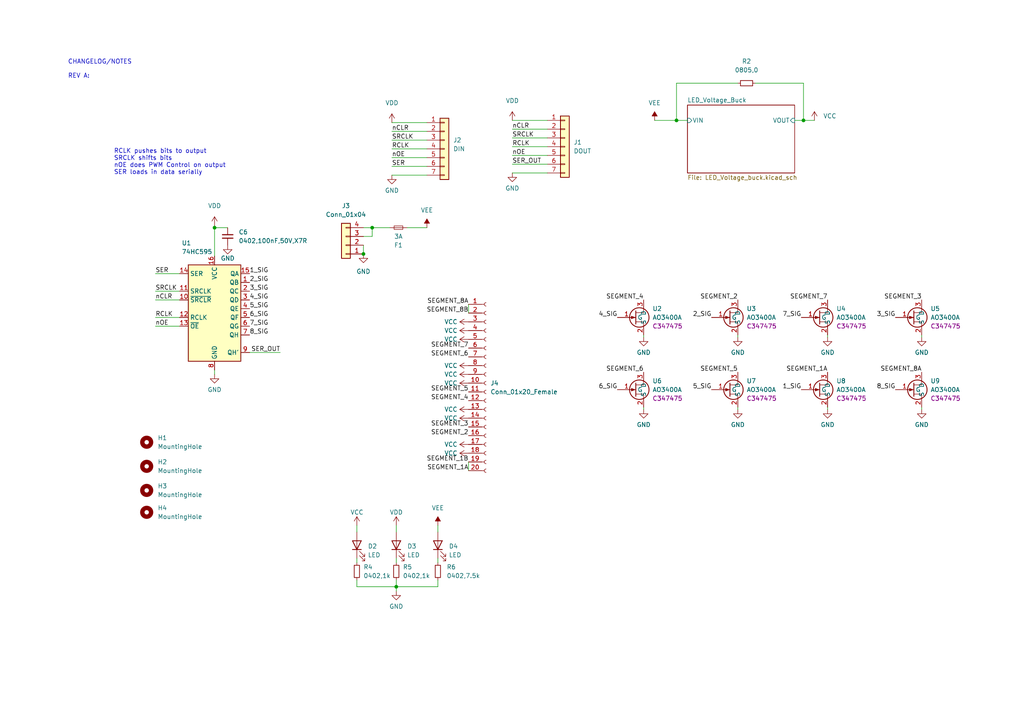
<source format=kicad_sch>
(kicad_sch (version 20211123) (generator eeschema)
  (paper "A4")
  (title_block (title "Main"))
  (lib_symbols
    (symbol "74xx:74HC595"
      (property "Reference" "U" (at -7.62 13.97 0))
      (property "Value" "74HC595" (at -7.62 -16.51 0))
      (symbol "74HC595_1_0"
        (pin tri_state line (at 10.16 7.62 180) (length 2.54) (name "QB") (number "1"))
        (pin input line (at -10.16 2.54 0) (length 2.54) (name "~{SRCLR}") (number "10"))
        (pin input line (at -10.16 5.08 0) (length 2.54) (name "SRCLK") (number "11"))
        (pin input line (at -10.16 -2.54 0) (length 2.54) (name "RCLK") (number "12"))
        (pin input line (at -10.16 -5.08 0) (length 2.54) (name "~{OE}") (number "13"))
        (pin input line (at -10.16 10.16 0) (length 2.54) (name "SER") (number "14"))
        (pin tri_state line (at 10.16 10.16 180) (length 2.54) (name "QA") (number "15"))
        (pin power_in line (at 0 15.24 270) (length 2.54) (name "VCC") (number "16"))
        (pin tri_state line (at 10.16 5.08 180) (length 2.54) (name "QC") (number "2"))
        (pin tri_state line (at 10.16 2.54 180) (length 2.54) (name "QD") (number "3"))
        (pin tri_state line (at 10.16 0 180) (length 2.54) (name "QE") (number "4"))
        (pin tri_state line (at 10.16 -2.54 180) (length 2.54) (name "QF") (number "5"))
        (pin tri_state line (at 10.16 -5.08 180) (length 2.54) (name "QG") (number "6"))
        (pin tri_state line (at 10.16 -7.62 180) (length 2.54) (name "QH") (number "7"))
        (pin power_in line (at 0 -17.78 90) (length 2.54) (name "GND") (number "8"))
        (pin output line (at 10.16 -12.7 180) (length 2.54) (name "QH'") (number "9"))
      )
      (symbol "74HC595_1_1"
        (rectangle (start -7.62 12.7) (end 7.62 -15.24) (stroke (width 0.254)) (fill (type background)))
      )
    )
    (symbol "Connector:Conn_01x20_Female" (pin_names (offset 1.016) hide)
      (property "Reference" "J" (at 0 25.4 0))
      (property "Value" "Conn_01x20_Female" (at 0 -27.94 0))
      (symbol "Conn_01x20_Female_1_1"
        (arc (start 0 -24.892) (mid -0.508 -25.4) (end 0 -25.908) (stroke (width 0.1524)))
        (arc (start 0 -22.352) (mid -0.508 -22.86) (end 0 -23.368) (stroke (width 0.1524)))
        (arc (start 0 -19.812) (mid -0.508 -20.32) (end 0 -20.828) (stroke (width 0.1524)))
        (arc (start 0 -17.272) (mid -0.508 -17.78) (end 0 -18.288) (stroke (width 0.1524)))
        (arc (start 0 -14.732) (mid -0.508 -15.24) (end 0 -15.748) (stroke (width 0.1524)))
        (arc (start 0 -12.192) (mid -0.508 -12.7) (end 0 -13.208) (stroke (width 0.1524)))
        (arc (start 0 -9.652) (mid -0.508 -10.16) (end 0 -10.668) (stroke (width 0.1524)))
        (arc (start 0 -7.112) (mid -0.508 -7.62) (end 0 -8.128) (stroke (width 0.1524)))
        (arc (start 0 -4.572) (mid -0.508 -5.08) (end 0 -5.588) (stroke (width 0.1524)))
        (arc (start 0 -2.032) (mid -0.508 -2.54) (end 0 -3.048) (stroke (width 0.1524)))
        (polyline (pts (xy -1.27 -25.4) (xy -0.508 -25.4)) (stroke (width 0.1524)))
        (polyline (pts (xy -1.27 -22.86) (xy -0.508 -22.86)) (stroke (width 0.1524)))
        (polyline (pts (xy -1.27 -20.32) (xy -0.508 -20.32)) (stroke (width 0.1524)))
        (polyline (pts (xy -1.27 -17.78) (xy -0.508 -17.78)) (stroke (width 0.1524)))
        (polyline (pts (xy -1.27 -15.24) (xy -0.508 -15.24)) (stroke (width 0.1524)))
        (polyline (pts (xy -1.27 -12.7) (xy -0.508 -12.7)) (stroke (width 0.1524)))
        (polyline (pts (xy -1.27 -10.16) (xy -0.508 -10.16)) (stroke (width 0.1524)))
        (polyline (pts (xy -1.27 -7.62) (xy -0.508 -7.62)) (stroke (width 0.1524)))
        (polyline (pts (xy -1.27 -5.08) (xy -0.508 -5.08)) (stroke (width 0.1524)))
        (polyline (pts (xy -1.27 -2.54) (xy -0.508 -2.54)) (stroke (width 0.1524)))
        (polyline (pts (xy -1.27 0) (xy -0.508 0)) (stroke (width 0.1524)))
        (polyline (pts (xy -1.27 2.54) (xy -0.508 2.54)) (stroke (width 0.1524)))
        (polyline (pts (xy -1.27 5.08) (xy -0.508 5.08)) (stroke (width 0.1524)))
        (polyline (pts (xy -1.27 7.62) (xy -0.508 7.62)) (stroke (width 0.1524)))
        (polyline (pts (xy -1.27 10.16) (xy -0.508 10.16)) (stroke (width 0.1524)))
        (polyline (pts (xy -1.27 12.7) (xy -0.508 12.7)) (stroke (width 0.1524)))
        (polyline (pts (xy -1.27 15.24) (xy -0.508 15.24)) (stroke (width 0.1524)))
        (polyline (pts (xy -1.27 17.78) (xy -0.508 17.78)) (stroke (width 0.1524)))
        (polyline (pts (xy -1.27 20.32) (xy -0.508 20.32)) (stroke (width 0.1524)))
        (polyline (pts (xy -1.27 22.86) (xy -0.508 22.86)) (stroke (width 0.1524)))
        (arc (start 0 0.508) (mid -0.508 0) (end 0 -0.508) (stroke (width 0.1524)))
        (arc (start 0 3.048) (mid -0.508 2.54) (end 0 2.032) (stroke (width 0.1524)))
        (arc (start 0 5.588) (mid -0.508 5.08) (end 0 4.572) (stroke (width 0.1524)))
        (arc (start 0 8.128) (mid -0.508 7.62) (end 0 7.112) (stroke (width 0.1524)))
        (arc (start 0 10.668) (mid -0.508 10.16) (end 0 9.652) (stroke (width 0.1524)))
        (arc (start 0 13.208) (mid -0.508 12.7) (end 0 12.192) (stroke (width 0.1524)))
        (arc (start 0 15.748) (mid -0.508 15.24) (end 0 14.732) (stroke (width 0.1524)))
        (arc (start 0 18.288) (mid -0.508 17.78) (end 0 17.272) (stroke (width 0.1524)))
        (arc (start 0 20.828) (mid -0.508 20.32) (end 0 19.812) (stroke (width 0.1524)))
        (arc (start 0 23.368) (mid -0.508 22.86) (end 0 22.352) (stroke (width 0.1524)))
        (pin passive line (at -5.08 22.86 0) (length 3.81) (name "Pin_1") (number "1"))
        (pin passive line (at -5.08 0 0) (length 3.81) (name "Pin_10") (number "10"))
        (pin passive line (at -5.08 -2.54 0) (length 3.81) (name "Pin_11") (number "11"))
        (pin passive line (at -5.08 -5.08 0) (length 3.81) (name "Pin_12") (number "12"))
        (pin passive line (at -5.08 -7.62 0) (length 3.81) (name "Pin_13") (number "13"))
        (pin passive line (at -5.08 -10.16 0) (length 3.81) (name "Pin_14") (number "14"))
        (pin passive line (at -5.08 -12.7 0) (length 3.81) (name "Pin_15") (number "15"))
        (pin passive line (at -5.08 -15.24 0) (length 3.81) (name "Pin_16") (number "16"))
        (pin passive line (at -5.08 -17.78 0) (length 3.81) (name "Pin_17") (number "17"))
        (pin passive line (at -5.08 -20.32 0) (length 3.81) (name "Pin_18") (number "18"))
        (pin passive line (at -5.08 -22.86 0) (length 3.81) (name "Pin_19") (number "19"))
        (pin passive line (at -5.08 20.32 0) (length 3.81) (name "Pin_2") (number "2"))
        (pin passive line (at -5.08 -25.4 0) (length 3.81) (name "Pin_20") (number "20"))
        (pin passive line (at -5.08 17.78 0) (length 3.81) (name "Pin_3") (number "3"))
        (pin passive line (at -5.08 15.24 0) (length 3.81) (name "Pin_4") (number "4"))
        (pin passive line (at -5.08 12.7 0) (length 3.81) (name "Pin_5") (number "5"))
        (pin passive line (at -5.08 10.16 0) (length 3.81) (name "Pin_6") (number "6"))
        (pin passive line (at -5.08 7.62 0) (length 3.81) (name "Pin_7") (number "7"))
        (pin passive line (at -5.08 5.08 0) (length 3.81) (name "Pin_8") (number "8"))
        (pin passive line (at -5.08 2.54 0) (length 3.81) (name "Pin_9") (number "9"))
      )
    )
    (symbol "Connector_Generic:Conn_01x04" (pin_names (offset 1.016) hide)
      (property "Reference" "J" (at 0 5.08 0))
      (property "Value" "Conn_01x04" (at 0 -7.62 0))
      (symbol "Conn_01x04_1_1"
        (rectangle (start -1.27 -4.953) (end 0 -5.207) (stroke (width 0.1524)))
        (rectangle (start -1.27 -2.413) (end 0 -2.667) (stroke (width 0.1524)))
        (rectangle (start -1.27 0.127) (end 0 -0.127) (stroke (width 0.1524)))
        (rectangle (start -1.27 2.667) (end 0 2.413) (stroke (width 0.1524)))
        (rectangle (start -1.27 3.81) (end 1.27 -6.35) (stroke (width 0.254)) (fill (type background)))
        (pin passive line (at -5.08 2.54 0) (length 3.81) (name "Pin_1") (number "1"))
        (pin passive line (at -5.08 0 0) (length 3.81) (name "Pin_2") (number "2"))
        (pin passive line (at -5.08 -2.54 0) (length 3.81) (name "Pin_3") (number "3"))
        (pin passive line (at -5.08 -5.08 0) (length 3.81) (name "Pin_4") (number "4"))
      )
    )
    (symbol "Connector_Generic:Conn_01x07" (pin_names (offset 1.016) hide)
      (property "Reference" "J" (at 0 10.16 0))
      (property "Value" "Conn_01x07" (at 0 -10.16 0))
      (symbol "Conn_01x07_1_1"
        (rectangle (start -1.27 -7.493) (end 0 -7.747) (stroke (width 0.1524)))
        (rectangle (start -1.27 -4.953) (end 0 -5.207) (stroke (width 0.1524)))
        (rectangle (start -1.27 -2.413) (end 0 -2.667) (stroke (width 0.1524)))
        (rectangle (start -1.27 0.127) (end 0 -0.127) (stroke (width 0.1524)))
        (rectangle (start -1.27 2.667) (end 0 2.413) (stroke (width 0.1524)))
        (rectangle (start -1.27 5.207) (end 0 4.953) (stroke (width 0.1524)))
        (rectangle (start -1.27 7.747) (end 0 7.493) (stroke (width 0.1524)))
        (rectangle (start -1.27 8.89) (end 1.27 -8.89) (stroke (width 0.254)) (fill (type background)))
        (pin passive line (at -5.08 7.62 0) (length 3.81) (name "Pin_1") (number "1"))
        (pin passive line (at -5.08 5.08 0) (length 3.81) (name "Pin_2") (number "2"))
        (pin passive line (at -5.08 2.54 0) (length 3.81) (name "Pin_3") (number "3"))
        (pin passive line (at -5.08 0 0) (length 3.81) (name "Pin_4") (number "4"))
        (pin passive line (at -5.08 -2.54 0) (length 3.81) (name "Pin_5") (number "5"))
        (pin passive line (at -5.08 -5.08 0) (length 3.81) (name "Pin_6") (number "6"))
        (pin passive line (at -5.08 -7.62 0) (length 3.81) (name "Pin_7") (number "7"))
      )
    )
    (symbol "Device:Fuse_Small" (pin_numbers hide) (pin_names (offset 0.254) hide)
      (property "Reference" "F" (at 0 -1.524 0))
      (property "Value" "Fuse_Small" (at 0 1.524 0))
      (symbol "Fuse_Small_0_1"
        (rectangle (start -1.27 0.508) (end 1.27 -0.508))
        (polyline (pts (xy -1.27 0) (xy 1.27 0)))
      )
      (symbol "Fuse_Small_1_1"
        (pin passive line (at -2.54 0 0) (length 1.27) (name "~") (number "1"))
        (pin passive line (at 2.54 0 180) (length 1.27) (name "~") (number "2"))
      )
    )
    (symbol "Device:LED" (pin_numbers hide) (pin_names (offset 1.016) hide)
      (property "Reference" "D" (at 0 2.54 0))
      (property "Value" "LED" (at 0 -2.54 0))
      (symbol "LED_0_1"
        (polyline (pts (xy -1.27 -1.27) (xy -1.27 1.27)) (stroke (width 0.254)))
        (polyline (pts (xy -1.27 0) (xy 1.27 0)))
        (polyline (pts (xy 1.27 -1.27) (xy 1.27 1.27) (xy -1.27 0) (xy 1.27 -1.27)) (stroke (width 0.254)))
        (polyline (pts (xy -3.048 -0.762) (xy -4.572 -2.286) (xy -3.81 -2.286) (xy -4.572 -2.286) (xy -4.572 -1.524)))
        (polyline (pts (xy -1.778 -0.762) (xy -3.302 -2.286) (xy -2.54 -2.286) (xy -3.302 -2.286) (xy -3.302 -1.524)))
      )
      (symbol "LED_1_1"
        (pin passive line (at -3.81 0 0) (length 2.54) (name "K") (number "1"))
        (pin passive line (at 3.81 0 180) (length 2.54) (name "A") (number "2"))
      )
    )
    (symbol "Mechanical:MountingHole" (pin_names (offset 1.016))
      (property "Reference" "H" (at 0 5.08 0))
      (property "Value" "MountingHole" (at 0 3.175 0))
      (symbol "MountingHole_0_1"
        (circle (center 0 0) (radius 1.27) (stroke (width 1.27)))
      )
    )
    (symbol "WS_LCSC_transistors:AO3400A"
      (property "Reference" "U" (at -8.89 2.54 0))
      (property "Value" "AO3400A" (at -6.35 5.08 0))
      (property "LCSC" "C20917" (at 1.27 21.59 0))
      (symbol "AO3400A_0_1"
        (polyline (pts (xy -1.016 1.905) (xy -1.016 -1.905) (xy -1.016 -1.905)) (stroke (width 0.254)))
        (polyline (pts (xy 1.27 -2.54) (xy 1.27 -1.27) (xy -1.016 -1.27)))
        (polyline (pts (xy 1.27 2.54) (xy 1.27 1.397) (xy -1.016 1.397)))
        (polyline (pts (xy -1.27 0) (xy -2.286 0.381) (xy -2.286 -0.381) (xy -1.27 0)) (fill (type outline)))
        (circle (center 0 0) (radius 2.8194) (stroke (width 0.254)))
      )
      (symbol "AO3400A_1_1"
        (pin input line (at -6.35 0 0) (length 5.334) (name "G") (number "1"))
        (pin passive line (at 1.27 -5.08 90) (length 2.54) (name "S") (number "2"))
        (pin passive line (at 1.27 5.08 270) (length 2.54) (name "D") (number "3"))
      )
    )
    (symbol "jlcpcb-basic-capacitor:0402,100nF,50V,X7R "
      (property "Reference" "C" (at 1.71 0.508 0))
      (property "Value" "0402,100nF,50V,X7R " (at 1.71 -1.016 0))
      (symbol "0402,100nF,50V,X7R _0_0"
        (polyline (pts (xy -1.524 -0.508) (xy 1.524 -0.508)) (stroke (width 0.3048)))
        (polyline (pts (xy -1.524 0.508) (xy 1.524 0.508)) (stroke (width 0.3048)))
        (pin passive line (at 0 2.54 270) (length 2.032) (name "~") (number "1"))
        (pin passive line (at 0 -2.54 90) (length 2.032) (name "~") (number "2"))
      )
    )
    (symbol "jlcpcb-basic-resistor:0402,1k"
      (property "Reference" "R" (at 0.762 0.508 0))
      (property "Value" "0402,1k" (at 0.762 -1.016 0))
      (symbol "0402,1k_0_0"
        (rectangle (start -0.762 1.778) (end 0.762 -1.778) (stroke (width 0.2032)))
        (pin passive line (at 0 2.54 270) (length 0.762) (name "~") (number "1"))
        (pin passive line (at 0 -2.54 90) (length 0.762) (name "~") (number "2"))
      )
    )
    (symbol "jlcpcb-basic-resistor:0402,7.5k"
      (property "Reference" "R" (at 0.762 0.508 0))
      (property "Value" "0402,7.5k" (at 0.762 -1.016 0))
      (symbol "0402,7.5k_0_0"
        (rectangle (start -0.762 1.778) (end 0.762 -1.778) (stroke (width 0.2032)))
        (pin passive line (at 0 2.54 270) (length 0.762) (name "~") (number "1"))
        (pin passive line (at 0 -2.54 90) (length 0.762) (name "~") (number "2"))
      )
    )
    (symbol "jlcpcb-basic-resistor:0805,0"
      (property "Reference" "R" (at 0.762 0.508 0))
      (property "Value" "0805,0" (at 0.762 -1.016 0))
      (symbol "0805,0_0_0"
        (rectangle (start -0.762 1.778) (end 0.762 -1.778) (stroke (width 0.2032)))
        (pin passive line (at 0 2.54 270) (length 0.762) (name "~") (number "1"))
        (pin passive line (at 0 -2.54 90) (length 0.762) (name "~") (number "2"))
      )
    )
    (symbol "power:GND" (power) (pin_names (offset 0))
      (property "Value" "GND" (at 0 -3.81 0))
      (symbol "GND_0_1"
        (polyline (pts (xy 0 0) (xy 0 -1.27) (xy 1.27 -1.27) (xy 0 -2.54) (xy -1.27 -1.27) (xy 0 -1.27)))
      )
      (symbol "GND_1_1"
        (pin power_in line (at 0 0 270) (length 0) hide (name "GND") (number "1"))
      )
    )
    (symbol "power:VCC" (power) (pin_names (offset 0))
      (property "Value" "VCC" (at 0 3.81 0))
      (symbol "VCC_0_1"
        (polyline (pts (xy -0.762 1.27) (xy 0 2.54)))
        (polyline (pts (xy 0 0) (xy 0 2.54)))
        (polyline (pts (xy 0 2.54) (xy 0.762 1.27)))
      )
      (symbol "VCC_1_1"
        (pin power_in line (at 0 0 90) (length 0) hide (name "VCC") (number "1"))
      )
    )
    (symbol "power:VDD" (power) (pin_names (offset 0))
      (property "Value" "VDD" (at 0 3.81 0))
      (symbol "VDD_0_1"
        (polyline (pts (xy -0.762 1.27) (xy 0 2.54)))
        (polyline (pts (xy 0 0) (xy 0 2.54)))
        (polyline (pts (xy 0 2.54) (xy 0.762 1.27)))
      )
      (symbol "VDD_1_1"
        (pin power_in line (at 0 0 90) (length 0) hide (name "VDD") (number "1"))
      )
    )
    (symbol "power:VEE" (power) (pin_names (offset 0))
      (property "Value" "VEE" (at 0 3.81 0))
      (symbol "VEE_0_1"
        (polyline (pts (xy 0 0) (xy 0 2.54)))
        (polyline (pts (xy 0.762 1.27) (xy -0.762 1.27) (xy 0 2.54) (xy 0.762 1.27)) (fill (type outline)))
      )
      (symbol "VEE_1_1"
        (pin power_in line (at 0 0 90) (length 0) hide (name "VEE") (number "1"))
      )
    )
  )
  (junction (at 105.41 73.66))
  (junction (at 107.95 66.04))
  (junction (at 233.045 34.925))
  (junction (at 196.215 34.925))
  (junction (at 62.23 66.04))
  (junction (at 114.935 170.18))
  (wire (pts (xy 113.665 50.8) (xy 123.825 50.8)))
  (wire (pts (xy 233.045 24.13) (xy 233.045 34.925)))
  (wire (pts (xy 62.23 66.04) (xy 62.23 74.295)))
  (wire (pts (xy 113.03 66.04) (xy 107.95 66.04)))
  (wire (pts (xy 186.69 97.79) (xy 186.69 97.155)))
  (wire (pts (xy 148.59 34.925) (xy 158.75 34.925)))
  (wire (pts (xy 135.89 133.985) (xy 135.89 136.525)))
  (wire (pts (xy 114.935 170.18) (xy 114.935 171.45)))
  (wire (pts (xy 45.085 94.615) (xy 52.07 94.615)))
  (wire (pts (xy 127 170.18) (xy 114.935 170.18)))
  (wire (pts (xy 148.59 47.625) (xy 158.75 47.625)))
  (wire (pts (xy 113.665 48.26) (xy 123.825 48.26)))
  (wire (pts (xy 105.41 68.58) (xy 107.95 68.58)))
  (wire (pts (xy 148.59 40.005) (xy 158.75 40.005)))
  (wire (pts (xy 62.23 108.585) (xy 62.23 107.315)))
  (wire (pts (xy 113.665 45.72) (xy 123.825 45.72)))
  (wire (pts (xy 213.995 97.79) (xy 213.995 97.155)))
  (wire (pts (xy 127 163.195) (xy 127 161.925)))
  (wire (pts (xy 196.215 34.925) (xy 199.39 34.925)))
  (wire (pts (xy 113.665 38.1) (xy 123.825 38.1)))
  (wire (pts (xy 148.59 50.165) (xy 158.75 50.165)))
  (wire (pts (xy 267.335 118.745) (xy 267.335 118.11)))
  (wire (pts (xy 103.505 163.195) (xy 103.505 161.925)))
  (wire (pts (xy 267.335 97.79) (xy 267.335 97.155)))
  (wire (pts (xy 105.41 71.12) (xy 105.41 73.66)))
  (wire (pts (xy 45.085 79.375) (xy 52.07 79.375)))
  (wire (pts (xy 114.935 163.195) (xy 114.935 161.925)))
  (wire (pts (xy 189.865 34.925) (xy 196.215 34.925)))
  (wire (pts (xy 196.215 24.13) (xy 196.215 34.925)))
  (wire (pts (xy 45.085 92.075) (xy 52.07 92.075)))
  (wire (pts (xy 148.59 45.085) (xy 158.75 45.085)))
  (wire (pts (xy 45.085 84.455) (xy 52.07 84.455)))
  (wire (pts (xy 135.89 88.265) (xy 135.89 90.805)))
  (wire (pts (xy 127 168.275) (xy 127 170.18)))
  (wire (pts (xy 233.045 34.925) (xy 230.505 34.925)))
  (wire (pts (xy 240.03 97.79) (xy 240.03 97.155)))
  (wire (pts (xy 62.23 65.405) (xy 62.23 66.04)))
  (wire (pts (xy 123.825 66.04) (xy 118.11 66.04)))
  (wire (pts (xy 107.95 66.04) (xy 105.41 66.04)))
  (wire (pts (xy 113.665 35.56) (xy 123.825 35.56)))
  (wire (pts (xy 103.505 170.18) (xy 114.935 170.18)))
  (wire (pts (xy 240.03 118.745) (xy 240.03 118.11)))
  (wire (pts (xy 127 152.4) (xy 127 154.305)))
  (wire (pts (xy 113.665 43.18) (xy 123.825 43.18)))
  (wire (pts (xy 114.935 168.275) (xy 114.935 170.18)))
  (wire (pts (xy 213.995 24.13) (xy 196.215 24.13)))
  (wire (pts (xy 148.59 37.465) (xy 158.75 37.465)))
  (wire (pts (xy 62.23 66.04) (xy 66.04 66.04)))
  (wire (pts (xy 186.69 118.745) (xy 186.69 118.11)))
  (wire (pts (xy 148.59 42.545) (xy 158.75 42.545)))
  (wire (pts (xy 114.935 152.4) (xy 114.935 154.305)))
  (wire (pts (xy 81.28 102.235) (xy 72.39 102.235)))
  (wire (pts (xy 103.505 152.4) (xy 103.505 154.305)))
  (wire (pts (xy 219.075 24.13) (xy 233.045 24.13)))
  (wire (pts (xy 103.505 168.275) (xy 103.505 170.18)))
  (wire (pts (xy 45.085 86.995) (xy 52.07 86.995)))
  (wire (pts (xy 113.665 40.64) (xy 123.825 40.64)))
  (wire (pts (xy 236.22 34.925) (xy 233.045 34.925)))
  (wire (pts (xy 213.995 118.745) (xy 213.995 118.11)))
  (wire (pts (xy 107.95 68.58) (xy 107.95 66.04)))
  (text "RCLK pushes bits to output\nSRCLK shifts bits\nnOE does PWM Control on output\nSER loads in data serially" (at 33.02 50.8 0) (effects (font (size 1.27 1.27)) (justify left bottom)))
  (text "CHANGELOG/NOTES\n\nREV A: " (at 19.685 22.86 0) (effects (font (size 1.27 1.27)) (justify left bottom)))
  (label "SEGMENT_3" (at 267.335 86.995 180))
  (label "SEGMENT_5" (at 135.89 113.665 180))
  (label "nCLR" (at 45.085 86.995 0))
  (label "SEGMENT_2" (at 213.995 86.995 180))
  (label "SEGMENT_7" (at 135.89 100.965 180))
  (label "4_SIG" (at 179.07 92.075 180))
  (label "SEGMENT_1A" (at 240.03 107.95 180))
  (label "7_SIG" (at 72.39 94.615 0))
  (label "SEGMENT_6" (at 186.69 107.95 180))
  (label "8_SIG" (at 72.39 97.155 0))
  (label "RCLK" (at 148.59 42.545 0))
  (label "SRCLK" (at 45.085 84.455 0))
  (label "SRCLK" (at 113.665 40.64 0))
  (label "nOE" (at 113.665 45.72 0))
  (label "SER_OUT" (at 81.28 102.235 180))
  (label "1_SIG" (at 232.41 113.03 180))
  (label "SEGMENT_8B" (at 135.89 90.805 180))
  (label "6_SIG" (at 72.39 92.075 0))
  (label "SEGMENT_3" (at 135.89 123.825 180))
  (label "RCLK" (at 45.085 92.075 0))
  (label "SEGMENT_8A" (at 267.335 107.95 180))
  (label "2_SIG" (at 72.39 81.915 0))
  (label "SER" (at 113.665 48.26 0))
  (label "3_SIG" (at 72.39 84.455 0))
  (label "SER" (at 45.085 79.375 0))
  (label "SRCLK" (at 148.59 40.005 0))
  (label "nCLR" (at 148.59 37.465 0))
  (label "5_SIG" (at 72.39 89.535 0))
  (label "nOE" (at 148.59 45.085 0))
  (label "6_SIG" (at 179.07 113.03 180))
  (label "SEGMENT_8A" (at 135.89 88.265 180))
  (label "SEGMENT_1B" (at 135.89 133.985 180))
  (label "RCLK" (at 113.665 43.18 0))
  (label "2_SIG" (at 206.375 92.075 180))
  (label "5_SIG" (at 206.375 113.03 180))
  (label "nCLR" (at 113.665 38.1 0))
  (label "SEGMENT_7" (at 240.03 86.995 180))
  (label "1_SIG" (at 72.39 79.375 0))
  (label "SEGMENT_6" (at 135.89 103.505 180))
  (label "4_SIG" (at 72.39 86.995 0))
  (label "nOE" (at 45.085 94.615 0))
  (label "SEGMENT_1A" (at 135.89 136.525 180))
  (label "7_SIG" (at 232.41 92.075 180))
  (label "SEGMENT_2" (at 135.89 126.365 180))
  (label "SEGMENT_4" (at 186.69 86.995 180))
  (label "8_SIG" (at 259.715 113.03 180))
  (label "SER_OUT" (at 148.59 47.625 0))
  (label "3_SIG" (at 259.715 92.075 180))
  (label "SEGMENT_5" (at 213.995 107.95 180))
  (label "SEGMENT_4" (at 135.89 116.205 180))
  (symbol (lib_id "power:VEE") (at 127 152.4 0) (unit 1)
    (property "Reference" "#PWR0134" (effects hide))
    (property "Value" "VEE" (at 127 147.32 0))
  )
  (symbol (lib_id "Device:Fuse_Small") (at 115.57 66.04 180) (unit 1)
    (property "Reference" "F1" (at 115.57 71.12 0))
    (property "Value" "3A" (at 115.57 68.58 0))
    (property "Footprint" "Fuse:Fuse_1812_4532Metric" (effects hide))
    (property "Digikey" "F3375CT-ND" (effects hide))
    (property "MFGPN" "1812L200THPR" (effects hide))
  )
  (symbol (lib_id "power:VDD") (at 62.23 65.405 0) (unit 1)
    (property "Reference" "#PWR0104" (effects hide))
    (property "Value" "VDD" (at 62.23 59.69 0))
  )
  (symbol (lib_id "Connector_Generic:Conn_01x04") (at 100.33 71.12 180) (unit 1)
    (property "Reference" "J3" (at 100.33 59.69 0))
    (property "Value" "Conn_01x04" (at 100.33 62.23 0))
    (property "Footprint" "WS_LCSC_Connectors:JST_S04B-PASK-2(LF)(SN)" (effects hide))
    (property "Digikey" "455-1849-ND" (effects hide))
  )
  (symbol (lib_id "power:GND") (at 267.335 118.745 0) (unit 1)
    (property "Reference" "#PWR0122" (effects hide))
    (property "Value" "GND" (at 267.335 123.19 0))
  )
  (symbol (lib_id "power:GND") (at 240.03 118.745 0) (unit 1)
    (property "Reference" "#PWR0125" (effects hide))
    (property "Value" "GND" (at 240.03 123.19 0))
  )
  (symbol (lib_id "power:VCC") (at 135.89 95.885 90) (unit 1)
    (property "Reference" "#PWR0110" (effects hide))
    (property "Value" "VCC" (at 132.715 95.8851 90) (effects (justify left)))
  )
  (symbol (lib_id "WS_LCSC_transistors:AO3400A") (at 185.42 113.03 0) (unit 1)
    (property "Reference" "U6" (at 189.23 110.4899 0) (effects (justify left)))
    (property "Value" "AO3400A" (at 189.23 113.0299 0) (effects (justify left)))
    (property "Footprint" "Package_TO_SOT_SMD:SOT-23" (effects hide))
    (property "Datasheet" "https://datasheet.lcsc.com/lcsc/1811081213_Alpha---Omega-Semicon-AO3400A_C20917.pdf" (effects hide))
    (property "LCSC" "C347475" (at 189.23 115.5699 0) (effects (justify left)))
  )
  (symbol (lib_id "jlcpcb-basic-resistor:0402,1k") (at 103.505 165.735 0) (unit 1)
    (property "Reference" "R4" (at 105.41 164.4649 0) (effects (justify left)))
    (property "Value" "0402,1k" (at 105.41 167.0049 0) (effects (justify left)))
    (property "Footprint" "R_0402_1005Metric" (effects hide))
    (property "Datasheet" "https://datasheet.lcsc.com/lcsc/2110251730_UNI-ROYAL-Uniroyal-Elec-0402WGF1001TCE_C11702.pdf" (effects hide))
    (property "LCSC" "C11702" (effects hide))
    (property "MFG" "UNI-ROYAL(Uniroyal Elec)" (effects hide))
    (property "MFGPN" "0402WGF1001TCE" (effects hide))
  )
  (symbol (lib_id "jlcpcb-basic-capacitor:0402,100nF,50V,X7R ") (at 66.04 68.58 0) (unit 1)
    (property "Reference" "C6" (at 69.215 67.3099 0) (effects (justify left)))
    (property "Value" "0402,100nF,50V,X7R " (at 69.215 69.8499 0) (effects (justify left)))
    (property "Footprint" "C_0402_1005Metric" (effects hide))
    (property "Datasheet" "https://datasheet.lcsc.com/lcsc/1810191222_Samsung-Electro-Mechanics-CL05B104KB54PNC_C307331.pdf" (effects hide))
    (property "LCSC" "C307331" (effects hide))
    (property "MFG" "Samsung Electro-Mechanics" (effects hide))
    (property "MFGPN" "CL05B104KB54PNC" (effects hide))
  )
  (symbol (lib_id "power:VCC") (at 135.89 111.125 90) (unit 1)
    (property "Reference" "#PWR0113" (effects hide))
    (property "Value" "VCC" (at 132.715 111.1251 90) (effects (justify left)))
  )
  (symbol (lib_id "Device:LED") (at 103.505 158.115 90) (unit 1)
    (property "Reference" "D2" (at 106.68 158.4324 90) (effects (justify right)))
    (property "Value" "LED" (at 106.68 160.9724 90) (effects (justify right)))
    (property "Footprint" "LED_SMD:LED_0603_1608Metric" (effects hide))
    (property "LCSC" "C2290" (effects hide))
  )
  (symbol (lib_id "power:VCC") (at 135.89 128.905 90) (unit 1)
    (property "Reference" "#PWR0115" (effects hide))
    (property "Value" "VCC" (at 132.715 128.9051 90) (effects (justify left)))
  )
  (symbol (lib_id "jlcpcb-basic-resistor:0805,0") (at 216.535 24.13 90) (unit 1)
    (property "Reference" "R2" (at 216.535 17.78 90))
    (property "Value" "0805,0" (at 216.535 20.32 90))
    (property "Footprint" "R_0805_2012Metric" (effects hide))
    (property "Datasheet" "https://datasheet.lcsc.com/lcsc/2110251730_UNI-ROYAL-Uniroyal-Elec-0805W8F0000T5E_C17477.pdf" (effects hide))
    (property "LCSC" "C17477" (effects hide))
    (property "MFG" "UNI-ROYAL(Uniroyal Elec)" (effects hide))
    (property "MFGPN" "0805W8F0000T5E" (effects hide))
  )
  (symbol (lib_id "WS_LCSC_transistors:AO3400A") (at 266.065 113.03 0) (unit 1)
    (property "Reference" "U9" (at 269.875 110.4899 0) (effects (justify left)))
    (property "Value" "AO3400A" (at 269.875 113.0299 0) (effects (justify left)))
    (property "Footprint" "Package_TO_SOT_SMD:SOT-23" (effects hide))
    (property "Datasheet" "https://datasheet.lcsc.com/lcsc/1811081213_Alpha---Omega-Semicon-AO3400A_C20917.pdf" (effects hide))
    (property "LCSC" "C347475" (at 269.875 115.5699 0) (effects (justify left)))
  )
  (symbol (lib_id "Connector_Generic:Conn_01x07") (at 163.83 42.545 0) (unit 1)
    (property "Reference" "J1" (at 166.37 41.2749 0) (effects (justify left)))
    (property "Value" "DOUT" (at 166.37 43.8149 0) (effects (justify left)))
    (property "Footprint" "Connector_PinHeader_2.54mm:PinHeader_1x07_P2.54mm_Horizontal" (effects hide))
  )
  (symbol (lib_id "power:GND") (at 240.03 97.79 0) (unit 1)
    (property "Reference" "#PWR0121" (effects hide))
    (property "Value" "GND" (at 240.03 102.235 0))
  )
  (symbol (lib_id "Mechanical:MountingHole") (at 42.545 148.59 0) (unit 1)
    (property "Reference" "H4" (at 45.72 147.3199 0) (effects (justify left)))
    (property "Value" "MountingHole" (at 45.72 149.8599 0) (effects (justify left)))
    (property "Footprint" "MountingHole:MountingHole_2.2mm_M2_DIN965_Pad" (effects hide))
  )
  (symbol (lib_id "WS_LCSC_transistors:AO3400A") (at 212.725 92.075 0) (unit 1)
    (property "Reference" "U3" (at 216.535 89.5349 0) (effects (justify left)))
    (property "Value" "AO3400A" (at 216.535 92.0749 0) (effects (justify left)))
    (property "Footprint" "Package_TO_SOT_SMD:SOT-23" (effects hide))
    (property "Datasheet" "https://datasheet.lcsc.com/lcsc/1811081213_Alpha---Omega-Semicon-AO3400A_C20917.pdf" (effects hide))
    (property "LCSC" "C347475" (at 216.535 94.6149 0) (effects (justify left)))
  )
  (symbol (lib_id "power:VDD") (at 148.59 34.925 0) (unit 1)
    (property "Reference" "#PWR0107" (effects hide))
    (property "Value" "VDD" (at 148.59 29.21 0))
  )
  (symbol (lib_id "power:VCC") (at 135.89 98.425 90) (unit 1)
    (property "Reference" "#PWR0109" (effects hide))
    (property "Value" "VCC" (at 132.715 98.4251 90) (effects (justify left)))
  )
  (symbol (lib_id "power:GND") (at 113.665 50.8 0) (unit 1)
    (property "Reference" "#PWR0101" (effects hide))
    (property "Value" "GND" (at 113.665 55.245 0))
  )
  (symbol (lib_id "Mechanical:MountingHole") (at 42.545 135.255 0) (unit 1)
    (property "Reference" "H2" (at 45.72 133.9849 0) (effects (justify left)))
    (property "Value" "MountingHole" (at 45.72 136.5249 0) (effects (justify left)))
    (property "Footprint" "MountingHole:MountingHole_2.2mm_M2_DIN965_Pad" (effects hide))
  )
  (symbol (lib_id "power:GND") (at 114.935 171.45 0) (unit 1)
    (property "Reference" "#PWR0135" (effects hide))
    (property "Value" "GND" (at 114.935 175.895 0))
  )
  (symbol (lib_id "power:VDD") (at 113.665 35.56 0) (unit 1)
    (property "Reference" "#PWR0105" (effects hide))
    (property "Value" "VDD" (at 113.665 29.845 0))
  )
  (symbol (lib_id "power:GND") (at 267.335 97.79 0) (unit 1)
    (property "Reference" "#PWR0126" (effects hide))
    (property "Value" "GND" (at 267.335 102.235 0))
  )
  (symbol (lib_id "power:VCC") (at 135.89 118.745 90) (unit 1)
    (property "Reference" "#PWR0118" (effects hide))
    (property "Value" "VCC" (at 132.715 118.7451 90) (effects (justify left)))
  )
  (symbol (lib_id "Connector:Conn_01x20_Female") (at 140.97 111.125 0) (unit 1)
    (property "Reference" "J4" (at 142.24 111.1249 0) (effects (justify left)))
    (property "Value" "Conn_01x20_Female" (at 142.24 113.6649 0) (effects (justify left)))
    (property "Footprint" "Connector_PinSocket_2.54mm:PinSocket_1x20_P2.54mm_Horizontal" (effects hide))
    (property "Digikey" "https://www.amazon.com/Yohii-Female-Header-2-54mm-Connector/dp/B07P1R9CGT/ref=sr_1_2?crid=24L21ACA4OHBU&keywords=female+header+right+angle&qid=1675869501&sprefix=female+header+right+angle%2Caps%2C90&sr=8-2" (effects hide))
  )
  (symbol (lib_id "power:VEE") (at 189.865 34.925 0) (unit 1)
    (property "Reference" "#PWR0128" (effects hide))
    (property "Value" "VEE" (at 189.865 29.845 0))
  )
  (symbol (lib_id "WS_LCSC_transistors:AO3400A") (at 212.725 113.03 0) (unit 1)
    (property "Reference" "U7" (at 216.535 110.4899 0) (effects (justify left)))
    (property "Value" "AO3400A" (at 216.535 113.0299 0) (effects (justify left)))
    (property "Footprint" "Package_TO_SOT_SMD:SOT-23" (effects hide))
    (property "Datasheet" "https://datasheet.lcsc.com/lcsc/1811081213_Alpha---Omega-Semicon-AO3400A_C20917.pdf" (effects hide))
    (property "LCSC" "C347475" (at 216.535 115.5699 0) (effects (justify left)))
  )
  (symbol (lib_id "WS_LCSC_transistors:AO3400A") (at 266.065 92.075 0) (unit 1)
    (property "Reference" "U5" (at 269.875 89.5349 0) (effects (justify left)))
    (property "Value" "AO3400A" (at 269.875 92.0749 0) (effects (justify left)))
    (property "Footprint" "Package_TO_SOT_SMD:SOT-23" (effects hide))
    (property "Datasheet" "https://datasheet.lcsc.com/lcsc/1811081213_Alpha---Omega-Semicon-AO3400A_C20917.pdf" (effects hide))
    (property "LCSC" "C347475" (at 269.875 94.6149 0) (effects (justify left)))
  )
  (symbol (lib_id "power:VDD") (at 114.935 152.4 0) (unit 1)
    (property "Reference" "#PWR0133" (effects hide))
    (property "Value" "VDD" (at 114.935 148.59 0))
  )
  (symbol (lib_id "power:GND") (at 105.41 73.66 0) (unit 1)
    (property "Reference" "#PWR0108" (effects hide))
    (property "Value" "GND" (at 105.41 78.74 0))
  )
  (symbol (lib_id "power:VCC") (at 103.505 152.4 0) (unit 1)
    (property "Reference" "#PWR0132" (effects hide))
    (property "Value" "VCC" (at 101.6 148.59 0) (effects (justify left)))
  )
  (symbol (lib_id "power:VCC") (at 135.89 121.285 90) (unit 1)
    (property "Reference" "#PWR0117" (effects hide))
    (property "Value" "VCC" (at 132.715 121.2851 90) (effects (justify left)))
  )
  (symbol (lib_id "Mechanical:MountingHole") (at 42.545 142.24 0) (unit 1)
    (property "Reference" "H3" (at 45.72 140.9699 0) (effects (justify left)))
    (property "Value" "MountingHole" (at 45.72 143.5099 0) (effects (justify left)))
    (property "Footprint" "MountingHole:MountingHole_2.2mm_M2_DIN965_Pad" (effects hide))
  )
  (symbol (lib_id "power:GND") (at 186.69 97.79 0) (unit 1)
    (property "Reference" "#PWR0123" (effects hide))
    (property "Value" "GND" (at 186.69 102.235 0))
  )
  (symbol (lib_id "power:GND") (at 186.69 118.745 0) (unit 1)
    (property "Reference" "#PWR0120" (effects hide))
    (property "Value" "GND" (at 186.69 123.19 0))
  )
  (symbol (lib_id "Device:LED") (at 114.935 158.115 90) (unit 1)
    (property "Reference" "D3" (at 118.11 158.4324 90) (effects (justify right)))
    (property "Value" "LED" (at 118.11 160.9724 90) (effects (justify right)))
    (property "Footprint" "LED_SMD:LED_0603_1608Metric" (effects hide))
    (property "LCSC" "C2290" (effects hide))
  )
  (symbol (lib_id "power:VCC") (at 236.22 34.925 0) (unit 1)
    (property "Reference" "#PWR0129" (effects hide))
    (property "Value" "VCC" (at 238.76 33.6549 0) (effects (justify left)))
  )
  (symbol (lib_id "power:VCC") (at 135.89 106.045 90) (unit 1)
    (property "Reference" "#PWR0112" (effects hide))
    (property "Value" "VCC" (at 132.715 106.0451 90) (effects (justify left)))
  )
  (symbol (lib_id "74xx:74HC595") (at 62.23 89.535 0) (unit 1)
    (property "Reference" "U1" (at 52.705 70.485 0) (effects (justify left)))
    (property "Value" "74HC595" (at 52.705 73.025 0) (effects (justify left)))
    (property "Footprint" "Package_SO:SOIC-16_3.9x9.9mm_P1.27mm" (effects hide))
    (property "Datasheet" "http://www.ti.com/lit/ds/symlink/sn74hc595.pdf" (effects hide))
    (property "MFGPN" "CD74HC595M96" (effects hide))
    (property "LCSC" "C5947" (effects hide))
  )
  (symbol (lib_id "jlcpcb-basic-resistor:0402,7.5k") (at 127 165.735 0) (unit 1)
    (property "Reference" "R6" (at 129.54 164.4649 0) (effects (justify left)))
    (property "Value" "0402,7.5k" (at 129.54 167.0049 0) (effects (justify left)))
    (property "Footprint" "R_0402_1005Metric" (effects hide))
    (property "Datasheet" "https://datasheet.lcsc.com/lcsc/2110260130_UNI-ROYAL-Uniroyal-Elec-0402WGF7501TCE_C25918.pdf" (effects hide))
    (property "LCSC" "C25918" (effects hide))
    (property "MFG" "UNI-ROYAL(Uniroyal Elec)" (effects hide))
    (property "MFGPN" "0402WGF7501TCE" (effects hide))
  )
  (symbol (lib_id "WS_LCSC_transistors:AO3400A") (at 238.76 92.075 0) (unit 1)
    (property "Reference" "U4" (at 242.57 89.5349 0) (effects (justify left)))
    (property "Value" "AO3400A" (at 242.57 92.0749 0) (effects (justify left)))
    (property "Footprint" "Package_TO_SOT_SMD:SOT-23" (effects hide))
    (property "Datasheet" "https://datasheet.lcsc.com/lcsc/1811081213_Alpha---Omega-Semicon-AO3400A_C20917.pdf" (effects hide))
    (property "LCSC" "C347475" (at 242.57 94.6149 0) (effects (justify left)))
  )
  (symbol (lib_id "power:VEE") (at 123.825 66.04 0) (unit 1)
    (property "Reference" "#PWR0102" (effects hide))
    (property "Value" "VEE" (at 123.825 60.96 0))
  )
  (symbol (lib_id "power:GND") (at 148.59 50.165 0) (unit 1)
    (property "Reference" "#PWR0106" (effects hide))
    (property "Value" "GND" (at 148.59 54.61 0))
  )
  (symbol (lib_id "jlcpcb-basic-resistor:0402,1k") (at 114.935 165.735 0) (unit 1)
    (property "Reference" "R5" (at 116.84 164.4649 0) (effects (justify left)))
    (property "Value" "0402,1k" (at 116.84 167.0049 0) (effects (justify left)))
    (property "Footprint" "R_0402_1005Metric" (effects hide))
    (property "Datasheet" "https://datasheet.lcsc.com/lcsc/2110251730_UNI-ROYAL-Uniroyal-Elec-0402WGF1001TCE_C11702.pdf" (effects hide))
    (property "LCSC" "C11702" (effects hide))
    (property "MFG" "UNI-ROYAL(Uniroyal Elec)" (effects hide))
    (property "MFGPN" "0402WGF1001TCE" (effects hide))
  )
  (symbol (lib_id "Device:LED") (at 127 158.115 90) (unit 1)
    (property "Reference" "D4" (at 130.175 158.4324 90) (effects (justify right)))
    (property "Value" "LED" (at 130.175 160.9724 90) (effects (justify right)))
    (property "Footprint" "LED_SMD:LED_0603_1608Metric" (effects hide))
    (property "LCSC" "C2290" (effects hide))
  )
  (symbol (lib_id "power:GND") (at 213.995 97.79 0) (unit 1)
    (property "Reference" "#PWR0119" (effects hide))
    (property "Value" "GND" (at 213.995 102.235 0))
  )
  (symbol (lib_id "power:VCC") (at 135.89 93.345 90) (unit 1)
    (property "Reference" "#PWR0111" (effects hide))
    (property "Value" "VCC" (at 132.715 93.3451 90) (effects (justify left)))
  )
  (symbol (lib_id "Connector_Generic:Conn_01x07") (at 128.905 43.18 0) (unit 1)
    (property "Reference" "J2" (at 131.445 40.64 0) (effects (justify left)))
    (property "Value" "DIN" (at 131.445 43.18 0) (effects (justify left)))
    (property "Footprint" "Connector_PinSocket_2.54mm:PinSocket_1x07_P2.54mm_Horizontal" (effects hide))
  )
  (symbol (lib_id "power:GND") (at 62.23 108.585 0) (unit 1)
    (property "Reference" "#PWR0103" (effects hide))
    (property "Value" "GND" (at 62.23 113.03 0))
  )
  (symbol (lib_id "WS_LCSC_transistors:AO3400A") (at 185.42 92.075 0) (unit 1)
    (property "Reference" "U2" (at 189.23 89.5349 0) (effects (justify left)))
    (property "Value" "AO3400A" (at 189.23 92.0749 0) (effects (justify left)))
    (property "Footprint" "Package_TO_SOT_SMD:SOT-23" (effects hide))
    (property "Datasheet" "https://datasheet.lcsc.com/lcsc/1811081213_Alpha---Omega-Semicon-AO3400A_C20917.pdf" (effects hide))
    (property "LCSC" "C347475" (at 189.23 94.6149 0) (effects (justify left)))
  )
  (symbol (lib_id "power:VCC") (at 135.89 108.585 90) (unit 1)
    (property "Reference" "#PWR0114" (effects hide))
    (property "Value" "VCC" (at 132.715 108.5851 90) (effects (justify left)))
  )
  (symbol (lib_id "power:VCC") (at 135.89 131.445 90) (unit 1)
    (property "Reference" "#PWR0116" (effects hide))
    (property "Value" "VCC" (at 132.715 131.4451 90) (effects (justify left)))
  )
  (symbol (lib_id "power:GND") (at 213.995 118.745 0) (unit 1)
    (property "Reference" "#PWR0124" (effects hide))
    (property "Value" "GND" (at 213.995 123.19 0))
  )
  (symbol (lib_id "Mechanical:MountingHole") (at 42.545 128.27 0) (unit 1)
    (property "Reference" "H1" (at 45.72 126.9999 0) (effects (justify left)))
    (property "Value" "MountingHole" (at 45.72 129.5399 0) (effects (justify left)))
    (property "Footprint" "MountingHole:MountingHole_2.2mm_M2_DIN965_Pad" (effects hide))
  )
  (symbol (lib_id "WS_LCSC_transistors:AO3400A") (at 238.76 113.03 0) (unit 1)
    (property "Reference" "U8" (at 242.57 110.4899 0) (effects (justify left)))
    (property "Value" "AO3400A" (at 242.57 113.0299 0) (effects (justify left)))
    (property "Footprint" "Package_TO_SOT_SMD:SOT-23" (effects hide))
    (property "Datasheet" "https://datasheet.lcsc.com/lcsc/1811081213_Alpha---Omega-Semicon-AO3400A_C20917.pdf" (effects hide))
    (property "LCSC" "C347475" (at 242.57 115.5699 0) (effects (justify left)))
  )
  (symbol (lib_id "power:GND") (at 66.04 71.12 0) (unit 1)
    (property "Reference" "#PWR0131" (effects hide))
    (property "Value" "GND" (at 66.04 74.93 0))
  )
  (sheet (at 199.39 30.48) (size 31.115 19.685) (stroke (width 0.1524))
    (property "Sheet name" "LED_Voltage_Buck" (at 199.39 29.7684 0) (effects (justify left bottom)))
    (property "Sheet file" "LED_Voltage_buck.kicad_sch" (at 199.39 50.7496 0) (effects (justify left top)))
    (pin "VIN" input (at 199.39 34.925 180))
    (pin "VOUT" input (at 230.505 34.925 0))
  )
)
</source>
